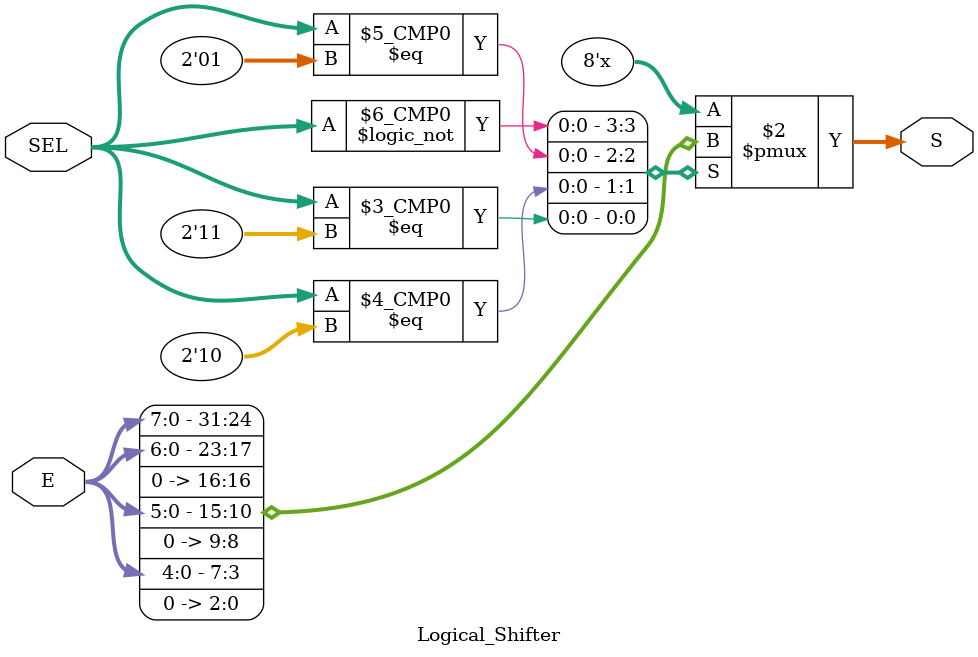
<source format=v>
module Logical_Shifter(SEL, E, S);
input				[1:0]		SEL;
input				[7:0]		E;
output	reg	[7:0]		S;

always @(SEL, E)
	case (SEL)
		2'b00		: S = E;
		2'b01		: S = {E[6:0],1'b0};
		2'b10		: S = {E[5:0],2'b0};
		2'b11		: S = {E[4:0],3'b0};
		default	: S = E;
	endcase

endmodule 
</source>
